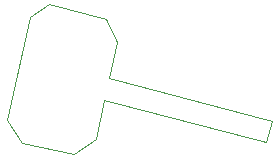
<source format=gbr>
G04 #@! TF.FileFunction,Drawing*
%FSLAX46Y46*%
G04 Gerber Fmt 4.6, Leading zero omitted, Abs format (unit mm)*
G04 Created by KiCad (PCBNEW 4.0.2-4+6225~38~ubuntu15.10.1-stable) date vie 04 mar 2016 14:53:40 CET*
%MOMM*%
G01*
G04 APERTURE LIST*
%ADD10C,0.100000*%
G04 APERTURE END LIST*
D10*
X91383622Y-137077872D02*
X91383622Y-137077872D01*
X93280387Y-128341093D02*
X91383622Y-137077872D01*
X94892290Y-127268015D02*
X93280387Y-128341093D01*
X99730296Y-128548158D02*
X94892290Y-127268015D01*
X100717572Y-130537586D02*
X99730296Y-128548158D01*
X100026593Y-133568060D02*
X100717572Y-130537586D01*
X113787850Y-137173968D02*
X100026593Y-133568060D01*
X113310810Y-138994083D02*
X113787850Y-137173968D01*
X99607888Y-135404190D02*
X113310810Y-138994083D01*
X98859706Y-138687490D02*
X99607888Y-135404190D01*
X97075056Y-139947040D02*
X98859706Y-138687490D01*
X92620294Y-139062724D02*
X97075056Y-139947040D01*
X91383622Y-137077872D02*
X92620294Y-139062724D01*
M02*

</source>
